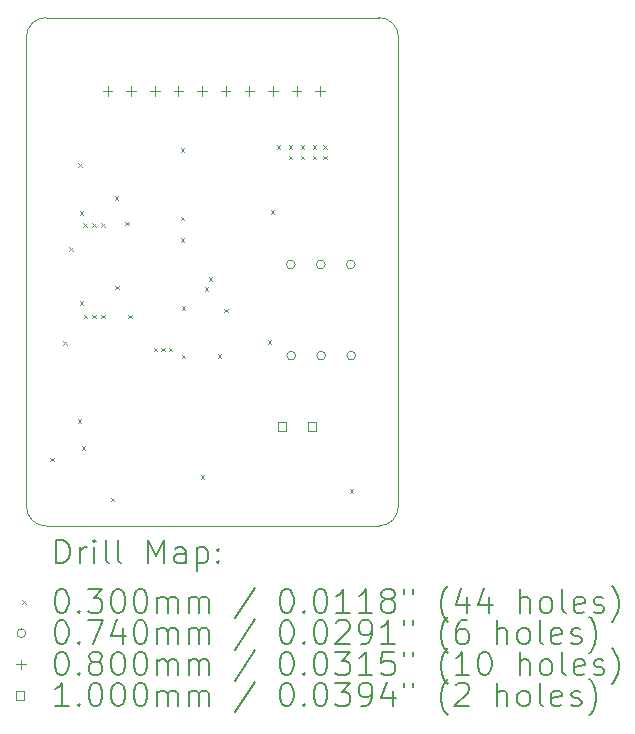
<source format=gbr>
%TF.GenerationSoftware,KiCad,Pcbnew,(6.0.8)*%
%TF.CreationDate,2023-06-01T04:28:46+02:00*%
%TF.ProjectId,BSPD-07,42535044-2d30-4372-9e6b-696361645f70,rev?*%
%TF.SameCoordinates,Original*%
%TF.FileFunction,Drillmap*%
%TF.FilePolarity,Positive*%
%FSLAX45Y45*%
G04 Gerber Fmt 4.5, Leading zero omitted, Abs format (unit mm)*
G04 Created by KiCad (PCBNEW (6.0.8)) date 2023-06-01 04:28:46*
%MOMM*%
%LPD*%
G01*
G04 APERTURE LIST*
%ADD10C,0.100000*%
%ADD11C,0.200000*%
%ADD12C,0.030000*%
%ADD13C,0.074000*%
%ADD14C,0.080000*%
G04 APERTURE END LIST*
D10*
X14995880Y-9281160D02*
G75*
G03*
X14830780Y-9446260I0J-165100D01*
G01*
X17980380Y-9446260D02*
G75*
G03*
X17815280Y-9281160I-165100J0D01*
G01*
X17815280Y-9281160D02*
X14995880Y-9281160D01*
X17815280Y-13585190D02*
G75*
G03*
X17980380Y-13420090I0J165100D01*
G01*
X14830780Y-13420090D02*
G75*
G03*
X14995880Y-13585190I165100J0D01*
G01*
X14995880Y-13585190D02*
X17815280Y-13585190D01*
X14830780Y-9446260D02*
X14830780Y-13420090D01*
X17980380Y-9446260D02*
X17980380Y-13420090D01*
D11*
D12*
X15031680Y-13007580D02*
X15061680Y-13037580D01*
X15061680Y-13007580D02*
X15031680Y-13037580D01*
X15143440Y-12022060D02*
X15173440Y-12052060D01*
X15173440Y-12022060D02*
X15143440Y-12052060D01*
X15193560Y-11226840D02*
X15223560Y-11256840D01*
X15223560Y-11226840D02*
X15193560Y-11256840D01*
X15265360Y-12682460D02*
X15295360Y-12712460D01*
X15295360Y-12682460D02*
X15265360Y-12712460D01*
X15270440Y-10513300D02*
X15300440Y-10543300D01*
X15300440Y-10513300D02*
X15270440Y-10543300D01*
X15281280Y-10922240D02*
X15311280Y-10952240D01*
X15311280Y-10922240D02*
X15281280Y-10952240D01*
X15281280Y-11684240D02*
X15311280Y-11714240D01*
X15311280Y-11684240D02*
X15281280Y-11714240D01*
X15298380Y-12911060D02*
X15328380Y-12941060D01*
X15328380Y-12911060D02*
X15298380Y-12941060D01*
X15313620Y-11023840D02*
X15343620Y-11053840D01*
X15343620Y-11023840D02*
X15313620Y-11053840D01*
X15316160Y-11798540D02*
X15346160Y-11828540D01*
X15346160Y-11798540D02*
X15316160Y-11828540D01*
X15387280Y-11023840D02*
X15417280Y-11053840D01*
X15417280Y-11023840D02*
X15387280Y-11053840D01*
X15387280Y-11798540D02*
X15417280Y-11828540D01*
X15417280Y-11798540D02*
X15387280Y-11828540D01*
X15463480Y-11023840D02*
X15493480Y-11053840D01*
X15493480Y-11023840D02*
X15463480Y-11053840D01*
X15463480Y-11798540D02*
X15493480Y-11828540D01*
X15493480Y-11798540D02*
X15463480Y-11828540D01*
X15544760Y-13347940D02*
X15574760Y-13377940D01*
X15574760Y-13347940D02*
X15544760Y-13377940D01*
X15580230Y-10792790D02*
X15610230Y-10822790D01*
X15610230Y-10792790D02*
X15580230Y-10822790D01*
X15581930Y-11553090D02*
X15611930Y-11583090D01*
X15611930Y-11553090D02*
X15581930Y-11583090D01*
X15666680Y-11011140D02*
X15696680Y-11041140D01*
X15696680Y-11011140D02*
X15666680Y-11041140D01*
X15692080Y-11798540D02*
X15722080Y-11828540D01*
X15722080Y-11798540D02*
X15692080Y-11828540D01*
X15907980Y-12077940D02*
X15937980Y-12107940D01*
X15937980Y-12077940D02*
X15907980Y-12107940D01*
X15971480Y-12077940D02*
X16001480Y-12107940D01*
X16001480Y-12077940D02*
X15971480Y-12107940D01*
X16034980Y-12077940D02*
X16064980Y-12107940D01*
X16064980Y-12077940D02*
X16034980Y-12107940D01*
X16136580Y-10388840D02*
X16166580Y-10418840D01*
X16166580Y-10388840D02*
X16136580Y-10418840D01*
X16136580Y-11150840D02*
X16166580Y-11180840D01*
X16166580Y-11150840D02*
X16136580Y-11180840D01*
X16139120Y-10967960D02*
X16169120Y-10997960D01*
X16169120Y-10967960D02*
X16139120Y-10997960D01*
X16144200Y-11727420D02*
X16174200Y-11757420D01*
X16174200Y-11727420D02*
X16144200Y-11757420D01*
X16144200Y-12135340D02*
X16174200Y-12165340D01*
X16174200Y-12135340D02*
X16144200Y-12165340D01*
X16306960Y-13154900D02*
X16336960Y-13184900D01*
X16336960Y-13154900D02*
X16306960Y-13184900D01*
X16339780Y-11564860D02*
X16369780Y-11594860D01*
X16369780Y-11564860D02*
X16339780Y-11594860D01*
X16373480Y-11481040D02*
X16403480Y-11511040D01*
X16403480Y-11481040D02*
X16373480Y-11511040D01*
X16449000Y-12133820D02*
X16479000Y-12163820D01*
X16479000Y-12133820D02*
X16449000Y-12163820D01*
X16505430Y-11747740D02*
X16535430Y-11777740D01*
X16535430Y-11747740D02*
X16505430Y-11777740D01*
X16872380Y-12015240D02*
X16902380Y-12045240D01*
X16902380Y-12015240D02*
X16872380Y-12045240D01*
X16901120Y-10914620D02*
X16931120Y-10944620D01*
X16931120Y-10914620D02*
X16901120Y-10944620D01*
X16949380Y-10363440D02*
X16979380Y-10393440D01*
X16979380Y-10363440D02*
X16949380Y-10393440D01*
X17050980Y-10363440D02*
X17080980Y-10393440D01*
X17080980Y-10363440D02*
X17050980Y-10393440D01*
X17050980Y-10452340D02*
X17080980Y-10482340D01*
X17080980Y-10452340D02*
X17050980Y-10482340D01*
X17152580Y-10363440D02*
X17182580Y-10393440D01*
X17182580Y-10363440D02*
X17152580Y-10393440D01*
X17152580Y-10452340D02*
X17182580Y-10482340D01*
X17182580Y-10452340D02*
X17152580Y-10482340D01*
X17254180Y-10363440D02*
X17284180Y-10393440D01*
X17284180Y-10363440D02*
X17254180Y-10393440D01*
X17254180Y-10452340D02*
X17284180Y-10482340D01*
X17284180Y-10452340D02*
X17254180Y-10482340D01*
X17343080Y-10363440D02*
X17373080Y-10393440D01*
X17373080Y-10363440D02*
X17343080Y-10393440D01*
X17343080Y-10452340D02*
X17373080Y-10482340D01*
X17373080Y-10452340D02*
X17343080Y-10482340D01*
X17566600Y-13272440D02*
X17596600Y-13302440D01*
X17596600Y-13272440D02*
X17566600Y-13302440D01*
D13*
X17105520Y-11371580D02*
G75*
G03*
X17105520Y-11371580I-37000J0D01*
G01*
X17110600Y-12143740D02*
G75*
G03*
X17110600Y-12143740I-37000J0D01*
G01*
X17359520Y-11371580D02*
G75*
G03*
X17359520Y-11371580I-37000J0D01*
G01*
X17364600Y-12143740D02*
G75*
G03*
X17364600Y-12143740I-37000J0D01*
G01*
X17613520Y-11371580D02*
G75*
G03*
X17613520Y-11371580I-37000J0D01*
G01*
X17618600Y-12143740D02*
G75*
G03*
X17618600Y-12143740I-37000J0D01*
G01*
D14*
X15518000Y-9863460D02*
X15518000Y-9943460D01*
X15478000Y-9903460D02*
X15558000Y-9903460D01*
X15718000Y-9863460D02*
X15718000Y-9943460D01*
X15678000Y-9903460D02*
X15758000Y-9903460D01*
X15918000Y-9863460D02*
X15918000Y-9943460D01*
X15878000Y-9903460D02*
X15958000Y-9903460D01*
X16118000Y-9863460D02*
X16118000Y-9943460D01*
X16078000Y-9903460D02*
X16158000Y-9903460D01*
X16318000Y-9863460D02*
X16318000Y-9943460D01*
X16278000Y-9903460D02*
X16358000Y-9903460D01*
X16518000Y-9863460D02*
X16518000Y-9943460D01*
X16478000Y-9903460D02*
X16558000Y-9903460D01*
X16718000Y-9863460D02*
X16718000Y-9943460D01*
X16678000Y-9903460D02*
X16758000Y-9903460D01*
X16918000Y-9863460D02*
X16918000Y-9943460D01*
X16878000Y-9903460D02*
X16958000Y-9903460D01*
X17118000Y-9863460D02*
X17118000Y-9943460D01*
X17078000Y-9903460D02*
X17158000Y-9903460D01*
X17318000Y-9863460D02*
X17318000Y-9943460D01*
X17278000Y-9903460D02*
X17358000Y-9903460D01*
D10*
X17032256Y-12778536D02*
X17032256Y-12707824D01*
X16961544Y-12707824D01*
X16961544Y-12778536D01*
X17032256Y-12778536D01*
X17286256Y-12778536D02*
X17286256Y-12707824D01*
X17215544Y-12707824D01*
X17215544Y-12778536D01*
X17286256Y-12778536D01*
D11*
X15083399Y-13900666D02*
X15083399Y-13700666D01*
X15131018Y-13700666D01*
X15159589Y-13710190D01*
X15178637Y-13729238D01*
X15188161Y-13748285D01*
X15197685Y-13786380D01*
X15197685Y-13814952D01*
X15188161Y-13853047D01*
X15178637Y-13872095D01*
X15159589Y-13891142D01*
X15131018Y-13900666D01*
X15083399Y-13900666D01*
X15283399Y-13900666D02*
X15283399Y-13767333D01*
X15283399Y-13805428D02*
X15292923Y-13786380D01*
X15302447Y-13776857D01*
X15321494Y-13767333D01*
X15340542Y-13767333D01*
X15407208Y-13900666D02*
X15407208Y-13767333D01*
X15407208Y-13700666D02*
X15397685Y-13710190D01*
X15407208Y-13719714D01*
X15416732Y-13710190D01*
X15407208Y-13700666D01*
X15407208Y-13719714D01*
X15531018Y-13900666D02*
X15511970Y-13891142D01*
X15502447Y-13872095D01*
X15502447Y-13700666D01*
X15635780Y-13900666D02*
X15616732Y-13891142D01*
X15607208Y-13872095D01*
X15607208Y-13700666D01*
X15864351Y-13900666D02*
X15864351Y-13700666D01*
X15931018Y-13843523D01*
X15997685Y-13700666D01*
X15997685Y-13900666D01*
X16178637Y-13900666D02*
X16178637Y-13795904D01*
X16169113Y-13776857D01*
X16150066Y-13767333D01*
X16111970Y-13767333D01*
X16092923Y-13776857D01*
X16178637Y-13891142D02*
X16159589Y-13900666D01*
X16111970Y-13900666D01*
X16092923Y-13891142D01*
X16083399Y-13872095D01*
X16083399Y-13853047D01*
X16092923Y-13833999D01*
X16111970Y-13824476D01*
X16159589Y-13824476D01*
X16178637Y-13814952D01*
X16273875Y-13767333D02*
X16273875Y-13967333D01*
X16273875Y-13776857D02*
X16292923Y-13767333D01*
X16331018Y-13767333D01*
X16350066Y-13776857D01*
X16359589Y-13786380D01*
X16369113Y-13805428D01*
X16369113Y-13862571D01*
X16359589Y-13881618D01*
X16350066Y-13891142D01*
X16331018Y-13900666D01*
X16292923Y-13900666D01*
X16273875Y-13891142D01*
X16454828Y-13881618D02*
X16464351Y-13891142D01*
X16454828Y-13900666D01*
X16445304Y-13891142D01*
X16454828Y-13881618D01*
X16454828Y-13900666D01*
X16454828Y-13776857D02*
X16464351Y-13786380D01*
X16454828Y-13795904D01*
X16445304Y-13786380D01*
X16454828Y-13776857D01*
X16454828Y-13795904D01*
D12*
X14795780Y-14215190D02*
X14825780Y-14245190D01*
X14825780Y-14215190D02*
X14795780Y-14245190D01*
D11*
X15121494Y-14120666D02*
X15140542Y-14120666D01*
X15159589Y-14130190D01*
X15169113Y-14139714D01*
X15178637Y-14158761D01*
X15188161Y-14196857D01*
X15188161Y-14244476D01*
X15178637Y-14282571D01*
X15169113Y-14301618D01*
X15159589Y-14311142D01*
X15140542Y-14320666D01*
X15121494Y-14320666D01*
X15102447Y-14311142D01*
X15092923Y-14301618D01*
X15083399Y-14282571D01*
X15073875Y-14244476D01*
X15073875Y-14196857D01*
X15083399Y-14158761D01*
X15092923Y-14139714D01*
X15102447Y-14130190D01*
X15121494Y-14120666D01*
X15273875Y-14301618D02*
X15283399Y-14311142D01*
X15273875Y-14320666D01*
X15264351Y-14311142D01*
X15273875Y-14301618D01*
X15273875Y-14320666D01*
X15350066Y-14120666D02*
X15473875Y-14120666D01*
X15407208Y-14196857D01*
X15435780Y-14196857D01*
X15454828Y-14206380D01*
X15464351Y-14215904D01*
X15473875Y-14234952D01*
X15473875Y-14282571D01*
X15464351Y-14301618D01*
X15454828Y-14311142D01*
X15435780Y-14320666D01*
X15378637Y-14320666D01*
X15359589Y-14311142D01*
X15350066Y-14301618D01*
X15597685Y-14120666D02*
X15616732Y-14120666D01*
X15635780Y-14130190D01*
X15645304Y-14139714D01*
X15654828Y-14158761D01*
X15664351Y-14196857D01*
X15664351Y-14244476D01*
X15654828Y-14282571D01*
X15645304Y-14301618D01*
X15635780Y-14311142D01*
X15616732Y-14320666D01*
X15597685Y-14320666D01*
X15578637Y-14311142D01*
X15569113Y-14301618D01*
X15559589Y-14282571D01*
X15550066Y-14244476D01*
X15550066Y-14196857D01*
X15559589Y-14158761D01*
X15569113Y-14139714D01*
X15578637Y-14130190D01*
X15597685Y-14120666D01*
X15788161Y-14120666D02*
X15807208Y-14120666D01*
X15826256Y-14130190D01*
X15835780Y-14139714D01*
X15845304Y-14158761D01*
X15854828Y-14196857D01*
X15854828Y-14244476D01*
X15845304Y-14282571D01*
X15835780Y-14301618D01*
X15826256Y-14311142D01*
X15807208Y-14320666D01*
X15788161Y-14320666D01*
X15769113Y-14311142D01*
X15759589Y-14301618D01*
X15750066Y-14282571D01*
X15740542Y-14244476D01*
X15740542Y-14196857D01*
X15750066Y-14158761D01*
X15759589Y-14139714D01*
X15769113Y-14130190D01*
X15788161Y-14120666D01*
X15940542Y-14320666D02*
X15940542Y-14187333D01*
X15940542Y-14206380D02*
X15950066Y-14196857D01*
X15969113Y-14187333D01*
X15997685Y-14187333D01*
X16016732Y-14196857D01*
X16026256Y-14215904D01*
X16026256Y-14320666D01*
X16026256Y-14215904D02*
X16035780Y-14196857D01*
X16054828Y-14187333D01*
X16083399Y-14187333D01*
X16102447Y-14196857D01*
X16111970Y-14215904D01*
X16111970Y-14320666D01*
X16207208Y-14320666D02*
X16207208Y-14187333D01*
X16207208Y-14206380D02*
X16216732Y-14196857D01*
X16235780Y-14187333D01*
X16264351Y-14187333D01*
X16283399Y-14196857D01*
X16292923Y-14215904D01*
X16292923Y-14320666D01*
X16292923Y-14215904D02*
X16302447Y-14196857D01*
X16321494Y-14187333D01*
X16350066Y-14187333D01*
X16369113Y-14196857D01*
X16378637Y-14215904D01*
X16378637Y-14320666D01*
X16769113Y-14111142D02*
X16597685Y-14368285D01*
X17026256Y-14120666D02*
X17045304Y-14120666D01*
X17064351Y-14130190D01*
X17073875Y-14139714D01*
X17083399Y-14158761D01*
X17092923Y-14196857D01*
X17092923Y-14244476D01*
X17083399Y-14282571D01*
X17073875Y-14301618D01*
X17064351Y-14311142D01*
X17045304Y-14320666D01*
X17026256Y-14320666D01*
X17007209Y-14311142D01*
X16997685Y-14301618D01*
X16988161Y-14282571D01*
X16978637Y-14244476D01*
X16978637Y-14196857D01*
X16988161Y-14158761D01*
X16997685Y-14139714D01*
X17007209Y-14130190D01*
X17026256Y-14120666D01*
X17178637Y-14301618D02*
X17188161Y-14311142D01*
X17178637Y-14320666D01*
X17169113Y-14311142D01*
X17178637Y-14301618D01*
X17178637Y-14320666D01*
X17311970Y-14120666D02*
X17331018Y-14120666D01*
X17350066Y-14130190D01*
X17359590Y-14139714D01*
X17369113Y-14158761D01*
X17378637Y-14196857D01*
X17378637Y-14244476D01*
X17369113Y-14282571D01*
X17359590Y-14301618D01*
X17350066Y-14311142D01*
X17331018Y-14320666D01*
X17311970Y-14320666D01*
X17292923Y-14311142D01*
X17283399Y-14301618D01*
X17273875Y-14282571D01*
X17264351Y-14244476D01*
X17264351Y-14196857D01*
X17273875Y-14158761D01*
X17283399Y-14139714D01*
X17292923Y-14130190D01*
X17311970Y-14120666D01*
X17569113Y-14320666D02*
X17454828Y-14320666D01*
X17511970Y-14320666D02*
X17511970Y-14120666D01*
X17492923Y-14149238D01*
X17473875Y-14168285D01*
X17454828Y-14177809D01*
X17759590Y-14320666D02*
X17645304Y-14320666D01*
X17702447Y-14320666D02*
X17702447Y-14120666D01*
X17683399Y-14149238D01*
X17664351Y-14168285D01*
X17645304Y-14177809D01*
X17873875Y-14206380D02*
X17854828Y-14196857D01*
X17845304Y-14187333D01*
X17835780Y-14168285D01*
X17835780Y-14158761D01*
X17845304Y-14139714D01*
X17854828Y-14130190D01*
X17873875Y-14120666D01*
X17911970Y-14120666D01*
X17931018Y-14130190D01*
X17940542Y-14139714D01*
X17950066Y-14158761D01*
X17950066Y-14168285D01*
X17940542Y-14187333D01*
X17931018Y-14196857D01*
X17911970Y-14206380D01*
X17873875Y-14206380D01*
X17854828Y-14215904D01*
X17845304Y-14225428D01*
X17835780Y-14244476D01*
X17835780Y-14282571D01*
X17845304Y-14301618D01*
X17854828Y-14311142D01*
X17873875Y-14320666D01*
X17911970Y-14320666D01*
X17931018Y-14311142D01*
X17940542Y-14301618D01*
X17950066Y-14282571D01*
X17950066Y-14244476D01*
X17940542Y-14225428D01*
X17931018Y-14215904D01*
X17911970Y-14206380D01*
X18026256Y-14120666D02*
X18026256Y-14158761D01*
X18102447Y-14120666D02*
X18102447Y-14158761D01*
X18397685Y-14396857D02*
X18388161Y-14387333D01*
X18369113Y-14358761D01*
X18359590Y-14339714D01*
X18350066Y-14311142D01*
X18340542Y-14263523D01*
X18340542Y-14225428D01*
X18350066Y-14177809D01*
X18359590Y-14149238D01*
X18369113Y-14130190D01*
X18388161Y-14101618D01*
X18397685Y-14092095D01*
X18559590Y-14187333D02*
X18559590Y-14320666D01*
X18511970Y-14111142D02*
X18464351Y-14253999D01*
X18588161Y-14253999D01*
X18750066Y-14187333D02*
X18750066Y-14320666D01*
X18702447Y-14111142D02*
X18654828Y-14253999D01*
X18778637Y-14253999D01*
X19007209Y-14320666D02*
X19007209Y-14120666D01*
X19092923Y-14320666D02*
X19092923Y-14215904D01*
X19083399Y-14196857D01*
X19064351Y-14187333D01*
X19035780Y-14187333D01*
X19016732Y-14196857D01*
X19007209Y-14206380D01*
X19216732Y-14320666D02*
X19197685Y-14311142D01*
X19188161Y-14301618D01*
X19178637Y-14282571D01*
X19178637Y-14225428D01*
X19188161Y-14206380D01*
X19197685Y-14196857D01*
X19216732Y-14187333D01*
X19245304Y-14187333D01*
X19264351Y-14196857D01*
X19273875Y-14206380D01*
X19283399Y-14225428D01*
X19283399Y-14282571D01*
X19273875Y-14301618D01*
X19264351Y-14311142D01*
X19245304Y-14320666D01*
X19216732Y-14320666D01*
X19397685Y-14320666D02*
X19378637Y-14311142D01*
X19369113Y-14292095D01*
X19369113Y-14120666D01*
X19550066Y-14311142D02*
X19531018Y-14320666D01*
X19492923Y-14320666D01*
X19473875Y-14311142D01*
X19464351Y-14292095D01*
X19464351Y-14215904D01*
X19473875Y-14196857D01*
X19492923Y-14187333D01*
X19531018Y-14187333D01*
X19550066Y-14196857D01*
X19559590Y-14215904D01*
X19559590Y-14234952D01*
X19464351Y-14253999D01*
X19635780Y-14311142D02*
X19654828Y-14320666D01*
X19692923Y-14320666D01*
X19711970Y-14311142D01*
X19721494Y-14292095D01*
X19721494Y-14282571D01*
X19711970Y-14263523D01*
X19692923Y-14253999D01*
X19664351Y-14253999D01*
X19645304Y-14244476D01*
X19635780Y-14225428D01*
X19635780Y-14215904D01*
X19645304Y-14196857D01*
X19664351Y-14187333D01*
X19692923Y-14187333D01*
X19711970Y-14196857D01*
X19788161Y-14396857D02*
X19797685Y-14387333D01*
X19816732Y-14358761D01*
X19826256Y-14339714D01*
X19835780Y-14311142D01*
X19845304Y-14263523D01*
X19845304Y-14225428D01*
X19835780Y-14177809D01*
X19826256Y-14149238D01*
X19816732Y-14130190D01*
X19797685Y-14101618D01*
X19788161Y-14092095D01*
D13*
X14825780Y-14494190D02*
G75*
G03*
X14825780Y-14494190I-37000J0D01*
G01*
D11*
X15121494Y-14384666D02*
X15140542Y-14384666D01*
X15159589Y-14394190D01*
X15169113Y-14403714D01*
X15178637Y-14422761D01*
X15188161Y-14460857D01*
X15188161Y-14508476D01*
X15178637Y-14546571D01*
X15169113Y-14565618D01*
X15159589Y-14575142D01*
X15140542Y-14584666D01*
X15121494Y-14584666D01*
X15102447Y-14575142D01*
X15092923Y-14565618D01*
X15083399Y-14546571D01*
X15073875Y-14508476D01*
X15073875Y-14460857D01*
X15083399Y-14422761D01*
X15092923Y-14403714D01*
X15102447Y-14394190D01*
X15121494Y-14384666D01*
X15273875Y-14565618D02*
X15283399Y-14575142D01*
X15273875Y-14584666D01*
X15264351Y-14575142D01*
X15273875Y-14565618D01*
X15273875Y-14584666D01*
X15350066Y-14384666D02*
X15483399Y-14384666D01*
X15397685Y-14584666D01*
X15645304Y-14451333D02*
X15645304Y-14584666D01*
X15597685Y-14375142D02*
X15550066Y-14517999D01*
X15673875Y-14517999D01*
X15788161Y-14384666D02*
X15807208Y-14384666D01*
X15826256Y-14394190D01*
X15835780Y-14403714D01*
X15845304Y-14422761D01*
X15854828Y-14460857D01*
X15854828Y-14508476D01*
X15845304Y-14546571D01*
X15835780Y-14565618D01*
X15826256Y-14575142D01*
X15807208Y-14584666D01*
X15788161Y-14584666D01*
X15769113Y-14575142D01*
X15759589Y-14565618D01*
X15750066Y-14546571D01*
X15740542Y-14508476D01*
X15740542Y-14460857D01*
X15750066Y-14422761D01*
X15759589Y-14403714D01*
X15769113Y-14394190D01*
X15788161Y-14384666D01*
X15940542Y-14584666D02*
X15940542Y-14451333D01*
X15940542Y-14470380D02*
X15950066Y-14460857D01*
X15969113Y-14451333D01*
X15997685Y-14451333D01*
X16016732Y-14460857D01*
X16026256Y-14479904D01*
X16026256Y-14584666D01*
X16026256Y-14479904D02*
X16035780Y-14460857D01*
X16054828Y-14451333D01*
X16083399Y-14451333D01*
X16102447Y-14460857D01*
X16111970Y-14479904D01*
X16111970Y-14584666D01*
X16207208Y-14584666D02*
X16207208Y-14451333D01*
X16207208Y-14470380D02*
X16216732Y-14460857D01*
X16235780Y-14451333D01*
X16264351Y-14451333D01*
X16283399Y-14460857D01*
X16292923Y-14479904D01*
X16292923Y-14584666D01*
X16292923Y-14479904D02*
X16302447Y-14460857D01*
X16321494Y-14451333D01*
X16350066Y-14451333D01*
X16369113Y-14460857D01*
X16378637Y-14479904D01*
X16378637Y-14584666D01*
X16769113Y-14375142D02*
X16597685Y-14632285D01*
X17026256Y-14384666D02*
X17045304Y-14384666D01*
X17064351Y-14394190D01*
X17073875Y-14403714D01*
X17083399Y-14422761D01*
X17092923Y-14460857D01*
X17092923Y-14508476D01*
X17083399Y-14546571D01*
X17073875Y-14565618D01*
X17064351Y-14575142D01*
X17045304Y-14584666D01*
X17026256Y-14584666D01*
X17007209Y-14575142D01*
X16997685Y-14565618D01*
X16988161Y-14546571D01*
X16978637Y-14508476D01*
X16978637Y-14460857D01*
X16988161Y-14422761D01*
X16997685Y-14403714D01*
X17007209Y-14394190D01*
X17026256Y-14384666D01*
X17178637Y-14565618D02*
X17188161Y-14575142D01*
X17178637Y-14584666D01*
X17169113Y-14575142D01*
X17178637Y-14565618D01*
X17178637Y-14584666D01*
X17311970Y-14384666D02*
X17331018Y-14384666D01*
X17350066Y-14394190D01*
X17359590Y-14403714D01*
X17369113Y-14422761D01*
X17378637Y-14460857D01*
X17378637Y-14508476D01*
X17369113Y-14546571D01*
X17359590Y-14565618D01*
X17350066Y-14575142D01*
X17331018Y-14584666D01*
X17311970Y-14584666D01*
X17292923Y-14575142D01*
X17283399Y-14565618D01*
X17273875Y-14546571D01*
X17264351Y-14508476D01*
X17264351Y-14460857D01*
X17273875Y-14422761D01*
X17283399Y-14403714D01*
X17292923Y-14394190D01*
X17311970Y-14384666D01*
X17454828Y-14403714D02*
X17464351Y-14394190D01*
X17483399Y-14384666D01*
X17531018Y-14384666D01*
X17550066Y-14394190D01*
X17559590Y-14403714D01*
X17569113Y-14422761D01*
X17569113Y-14441809D01*
X17559590Y-14470380D01*
X17445304Y-14584666D01*
X17569113Y-14584666D01*
X17664351Y-14584666D02*
X17702447Y-14584666D01*
X17721494Y-14575142D01*
X17731018Y-14565618D01*
X17750066Y-14537047D01*
X17759590Y-14498952D01*
X17759590Y-14422761D01*
X17750066Y-14403714D01*
X17740542Y-14394190D01*
X17721494Y-14384666D01*
X17683399Y-14384666D01*
X17664351Y-14394190D01*
X17654828Y-14403714D01*
X17645304Y-14422761D01*
X17645304Y-14470380D01*
X17654828Y-14489428D01*
X17664351Y-14498952D01*
X17683399Y-14508476D01*
X17721494Y-14508476D01*
X17740542Y-14498952D01*
X17750066Y-14489428D01*
X17759590Y-14470380D01*
X17950066Y-14584666D02*
X17835780Y-14584666D01*
X17892923Y-14584666D02*
X17892923Y-14384666D01*
X17873875Y-14413238D01*
X17854828Y-14432285D01*
X17835780Y-14441809D01*
X18026256Y-14384666D02*
X18026256Y-14422761D01*
X18102447Y-14384666D02*
X18102447Y-14422761D01*
X18397685Y-14660857D02*
X18388161Y-14651333D01*
X18369113Y-14622761D01*
X18359590Y-14603714D01*
X18350066Y-14575142D01*
X18340542Y-14527523D01*
X18340542Y-14489428D01*
X18350066Y-14441809D01*
X18359590Y-14413238D01*
X18369113Y-14394190D01*
X18388161Y-14365618D01*
X18397685Y-14356095D01*
X18559590Y-14384666D02*
X18521494Y-14384666D01*
X18502447Y-14394190D01*
X18492923Y-14403714D01*
X18473875Y-14432285D01*
X18464351Y-14470380D01*
X18464351Y-14546571D01*
X18473875Y-14565618D01*
X18483399Y-14575142D01*
X18502447Y-14584666D01*
X18540542Y-14584666D01*
X18559590Y-14575142D01*
X18569113Y-14565618D01*
X18578637Y-14546571D01*
X18578637Y-14498952D01*
X18569113Y-14479904D01*
X18559590Y-14470380D01*
X18540542Y-14460857D01*
X18502447Y-14460857D01*
X18483399Y-14470380D01*
X18473875Y-14479904D01*
X18464351Y-14498952D01*
X18816732Y-14584666D02*
X18816732Y-14384666D01*
X18902447Y-14584666D02*
X18902447Y-14479904D01*
X18892923Y-14460857D01*
X18873875Y-14451333D01*
X18845304Y-14451333D01*
X18826256Y-14460857D01*
X18816732Y-14470380D01*
X19026256Y-14584666D02*
X19007209Y-14575142D01*
X18997685Y-14565618D01*
X18988161Y-14546571D01*
X18988161Y-14489428D01*
X18997685Y-14470380D01*
X19007209Y-14460857D01*
X19026256Y-14451333D01*
X19054828Y-14451333D01*
X19073875Y-14460857D01*
X19083399Y-14470380D01*
X19092923Y-14489428D01*
X19092923Y-14546571D01*
X19083399Y-14565618D01*
X19073875Y-14575142D01*
X19054828Y-14584666D01*
X19026256Y-14584666D01*
X19207209Y-14584666D02*
X19188161Y-14575142D01*
X19178637Y-14556095D01*
X19178637Y-14384666D01*
X19359590Y-14575142D02*
X19340542Y-14584666D01*
X19302447Y-14584666D01*
X19283399Y-14575142D01*
X19273875Y-14556095D01*
X19273875Y-14479904D01*
X19283399Y-14460857D01*
X19302447Y-14451333D01*
X19340542Y-14451333D01*
X19359590Y-14460857D01*
X19369113Y-14479904D01*
X19369113Y-14498952D01*
X19273875Y-14517999D01*
X19445304Y-14575142D02*
X19464351Y-14584666D01*
X19502447Y-14584666D01*
X19521494Y-14575142D01*
X19531018Y-14556095D01*
X19531018Y-14546571D01*
X19521494Y-14527523D01*
X19502447Y-14517999D01*
X19473875Y-14517999D01*
X19454828Y-14508476D01*
X19445304Y-14489428D01*
X19445304Y-14479904D01*
X19454828Y-14460857D01*
X19473875Y-14451333D01*
X19502447Y-14451333D01*
X19521494Y-14460857D01*
X19597685Y-14660857D02*
X19607209Y-14651333D01*
X19626256Y-14622761D01*
X19635780Y-14603714D01*
X19645304Y-14575142D01*
X19654828Y-14527523D01*
X19654828Y-14489428D01*
X19645304Y-14441809D01*
X19635780Y-14413238D01*
X19626256Y-14394190D01*
X19607209Y-14365618D01*
X19597685Y-14356095D01*
D14*
X14785780Y-14718190D02*
X14785780Y-14798190D01*
X14745780Y-14758190D02*
X14825780Y-14758190D01*
D11*
X15121494Y-14648666D02*
X15140542Y-14648666D01*
X15159589Y-14658190D01*
X15169113Y-14667714D01*
X15178637Y-14686761D01*
X15188161Y-14724857D01*
X15188161Y-14772476D01*
X15178637Y-14810571D01*
X15169113Y-14829618D01*
X15159589Y-14839142D01*
X15140542Y-14848666D01*
X15121494Y-14848666D01*
X15102447Y-14839142D01*
X15092923Y-14829618D01*
X15083399Y-14810571D01*
X15073875Y-14772476D01*
X15073875Y-14724857D01*
X15083399Y-14686761D01*
X15092923Y-14667714D01*
X15102447Y-14658190D01*
X15121494Y-14648666D01*
X15273875Y-14829618D02*
X15283399Y-14839142D01*
X15273875Y-14848666D01*
X15264351Y-14839142D01*
X15273875Y-14829618D01*
X15273875Y-14848666D01*
X15397685Y-14734380D02*
X15378637Y-14724857D01*
X15369113Y-14715333D01*
X15359589Y-14696285D01*
X15359589Y-14686761D01*
X15369113Y-14667714D01*
X15378637Y-14658190D01*
X15397685Y-14648666D01*
X15435780Y-14648666D01*
X15454828Y-14658190D01*
X15464351Y-14667714D01*
X15473875Y-14686761D01*
X15473875Y-14696285D01*
X15464351Y-14715333D01*
X15454828Y-14724857D01*
X15435780Y-14734380D01*
X15397685Y-14734380D01*
X15378637Y-14743904D01*
X15369113Y-14753428D01*
X15359589Y-14772476D01*
X15359589Y-14810571D01*
X15369113Y-14829618D01*
X15378637Y-14839142D01*
X15397685Y-14848666D01*
X15435780Y-14848666D01*
X15454828Y-14839142D01*
X15464351Y-14829618D01*
X15473875Y-14810571D01*
X15473875Y-14772476D01*
X15464351Y-14753428D01*
X15454828Y-14743904D01*
X15435780Y-14734380D01*
X15597685Y-14648666D02*
X15616732Y-14648666D01*
X15635780Y-14658190D01*
X15645304Y-14667714D01*
X15654828Y-14686761D01*
X15664351Y-14724857D01*
X15664351Y-14772476D01*
X15654828Y-14810571D01*
X15645304Y-14829618D01*
X15635780Y-14839142D01*
X15616732Y-14848666D01*
X15597685Y-14848666D01*
X15578637Y-14839142D01*
X15569113Y-14829618D01*
X15559589Y-14810571D01*
X15550066Y-14772476D01*
X15550066Y-14724857D01*
X15559589Y-14686761D01*
X15569113Y-14667714D01*
X15578637Y-14658190D01*
X15597685Y-14648666D01*
X15788161Y-14648666D02*
X15807208Y-14648666D01*
X15826256Y-14658190D01*
X15835780Y-14667714D01*
X15845304Y-14686761D01*
X15854828Y-14724857D01*
X15854828Y-14772476D01*
X15845304Y-14810571D01*
X15835780Y-14829618D01*
X15826256Y-14839142D01*
X15807208Y-14848666D01*
X15788161Y-14848666D01*
X15769113Y-14839142D01*
X15759589Y-14829618D01*
X15750066Y-14810571D01*
X15740542Y-14772476D01*
X15740542Y-14724857D01*
X15750066Y-14686761D01*
X15759589Y-14667714D01*
X15769113Y-14658190D01*
X15788161Y-14648666D01*
X15940542Y-14848666D02*
X15940542Y-14715333D01*
X15940542Y-14734380D02*
X15950066Y-14724857D01*
X15969113Y-14715333D01*
X15997685Y-14715333D01*
X16016732Y-14724857D01*
X16026256Y-14743904D01*
X16026256Y-14848666D01*
X16026256Y-14743904D02*
X16035780Y-14724857D01*
X16054828Y-14715333D01*
X16083399Y-14715333D01*
X16102447Y-14724857D01*
X16111970Y-14743904D01*
X16111970Y-14848666D01*
X16207208Y-14848666D02*
X16207208Y-14715333D01*
X16207208Y-14734380D02*
X16216732Y-14724857D01*
X16235780Y-14715333D01*
X16264351Y-14715333D01*
X16283399Y-14724857D01*
X16292923Y-14743904D01*
X16292923Y-14848666D01*
X16292923Y-14743904D02*
X16302447Y-14724857D01*
X16321494Y-14715333D01*
X16350066Y-14715333D01*
X16369113Y-14724857D01*
X16378637Y-14743904D01*
X16378637Y-14848666D01*
X16769113Y-14639142D02*
X16597685Y-14896285D01*
X17026256Y-14648666D02*
X17045304Y-14648666D01*
X17064351Y-14658190D01*
X17073875Y-14667714D01*
X17083399Y-14686761D01*
X17092923Y-14724857D01*
X17092923Y-14772476D01*
X17083399Y-14810571D01*
X17073875Y-14829618D01*
X17064351Y-14839142D01*
X17045304Y-14848666D01*
X17026256Y-14848666D01*
X17007209Y-14839142D01*
X16997685Y-14829618D01*
X16988161Y-14810571D01*
X16978637Y-14772476D01*
X16978637Y-14724857D01*
X16988161Y-14686761D01*
X16997685Y-14667714D01*
X17007209Y-14658190D01*
X17026256Y-14648666D01*
X17178637Y-14829618D02*
X17188161Y-14839142D01*
X17178637Y-14848666D01*
X17169113Y-14839142D01*
X17178637Y-14829618D01*
X17178637Y-14848666D01*
X17311970Y-14648666D02*
X17331018Y-14648666D01*
X17350066Y-14658190D01*
X17359590Y-14667714D01*
X17369113Y-14686761D01*
X17378637Y-14724857D01*
X17378637Y-14772476D01*
X17369113Y-14810571D01*
X17359590Y-14829618D01*
X17350066Y-14839142D01*
X17331018Y-14848666D01*
X17311970Y-14848666D01*
X17292923Y-14839142D01*
X17283399Y-14829618D01*
X17273875Y-14810571D01*
X17264351Y-14772476D01*
X17264351Y-14724857D01*
X17273875Y-14686761D01*
X17283399Y-14667714D01*
X17292923Y-14658190D01*
X17311970Y-14648666D01*
X17445304Y-14648666D02*
X17569113Y-14648666D01*
X17502447Y-14724857D01*
X17531018Y-14724857D01*
X17550066Y-14734380D01*
X17559590Y-14743904D01*
X17569113Y-14762952D01*
X17569113Y-14810571D01*
X17559590Y-14829618D01*
X17550066Y-14839142D01*
X17531018Y-14848666D01*
X17473875Y-14848666D01*
X17454828Y-14839142D01*
X17445304Y-14829618D01*
X17759590Y-14848666D02*
X17645304Y-14848666D01*
X17702447Y-14848666D02*
X17702447Y-14648666D01*
X17683399Y-14677238D01*
X17664351Y-14696285D01*
X17645304Y-14705809D01*
X17940542Y-14648666D02*
X17845304Y-14648666D01*
X17835780Y-14743904D01*
X17845304Y-14734380D01*
X17864351Y-14724857D01*
X17911970Y-14724857D01*
X17931018Y-14734380D01*
X17940542Y-14743904D01*
X17950066Y-14762952D01*
X17950066Y-14810571D01*
X17940542Y-14829618D01*
X17931018Y-14839142D01*
X17911970Y-14848666D01*
X17864351Y-14848666D01*
X17845304Y-14839142D01*
X17835780Y-14829618D01*
X18026256Y-14648666D02*
X18026256Y-14686761D01*
X18102447Y-14648666D02*
X18102447Y-14686761D01*
X18397685Y-14924857D02*
X18388161Y-14915333D01*
X18369113Y-14886761D01*
X18359590Y-14867714D01*
X18350066Y-14839142D01*
X18340542Y-14791523D01*
X18340542Y-14753428D01*
X18350066Y-14705809D01*
X18359590Y-14677238D01*
X18369113Y-14658190D01*
X18388161Y-14629618D01*
X18397685Y-14620095D01*
X18578637Y-14848666D02*
X18464351Y-14848666D01*
X18521494Y-14848666D02*
X18521494Y-14648666D01*
X18502447Y-14677238D01*
X18483399Y-14696285D01*
X18464351Y-14705809D01*
X18702447Y-14648666D02*
X18721494Y-14648666D01*
X18740542Y-14658190D01*
X18750066Y-14667714D01*
X18759590Y-14686761D01*
X18769113Y-14724857D01*
X18769113Y-14772476D01*
X18759590Y-14810571D01*
X18750066Y-14829618D01*
X18740542Y-14839142D01*
X18721494Y-14848666D01*
X18702447Y-14848666D01*
X18683399Y-14839142D01*
X18673875Y-14829618D01*
X18664351Y-14810571D01*
X18654828Y-14772476D01*
X18654828Y-14724857D01*
X18664351Y-14686761D01*
X18673875Y-14667714D01*
X18683399Y-14658190D01*
X18702447Y-14648666D01*
X19007209Y-14848666D02*
X19007209Y-14648666D01*
X19092923Y-14848666D02*
X19092923Y-14743904D01*
X19083399Y-14724857D01*
X19064351Y-14715333D01*
X19035780Y-14715333D01*
X19016732Y-14724857D01*
X19007209Y-14734380D01*
X19216732Y-14848666D02*
X19197685Y-14839142D01*
X19188161Y-14829618D01*
X19178637Y-14810571D01*
X19178637Y-14753428D01*
X19188161Y-14734380D01*
X19197685Y-14724857D01*
X19216732Y-14715333D01*
X19245304Y-14715333D01*
X19264351Y-14724857D01*
X19273875Y-14734380D01*
X19283399Y-14753428D01*
X19283399Y-14810571D01*
X19273875Y-14829618D01*
X19264351Y-14839142D01*
X19245304Y-14848666D01*
X19216732Y-14848666D01*
X19397685Y-14848666D02*
X19378637Y-14839142D01*
X19369113Y-14820095D01*
X19369113Y-14648666D01*
X19550066Y-14839142D02*
X19531018Y-14848666D01*
X19492923Y-14848666D01*
X19473875Y-14839142D01*
X19464351Y-14820095D01*
X19464351Y-14743904D01*
X19473875Y-14724857D01*
X19492923Y-14715333D01*
X19531018Y-14715333D01*
X19550066Y-14724857D01*
X19559590Y-14743904D01*
X19559590Y-14762952D01*
X19464351Y-14781999D01*
X19635780Y-14839142D02*
X19654828Y-14848666D01*
X19692923Y-14848666D01*
X19711970Y-14839142D01*
X19721494Y-14820095D01*
X19721494Y-14810571D01*
X19711970Y-14791523D01*
X19692923Y-14781999D01*
X19664351Y-14781999D01*
X19645304Y-14772476D01*
X19635780Y-14753428D01*
X19635780Y-14743904D01*
X19645304Y-14724857D01*
X19664351Y-14715333D01*
X19692923Y-14715333D01*
X19711970Y-14724857D01*
X19788161Y-14924857D02*
X19797685Y-14915333D01*
X19816732Y-14886761D01*
X19826256Y-14867714D01*
X19835780Y-14839142D01*
X19845304Y-14791523D01*
X19845304Y-14753428D01*
X19835780Y-14705809D01*
X19826256Y-14677238D01*
X19816732Y-14658190D01*
X19797685Y-14629618D01*
X19788161Y-14620095D01*
D10*
X14811136Y-15057546D02*
X14811136Y-14986834D01*
X14740424Y-14986834D01*
X14740424Y-15057546D01*
X14811136Y-15057546D01*
D11*
X15188161Y-15112666D02*
X15073875Y-15112666D01*
X15131018Y-15112666D02*
X15131018Y-14912666D01*
X15111970Y-14941238D01*
X15092923Y-14960285D01*
X15073875Y-14969809D01*
X15273875Y-15093618D02*
X15283399Y-15103142D01*
X15273875Y-15112666D01*
X15264351Y-15103142D01*
X15273875Y-15093618D01*
X15273875Y-15112666D01*
X15407208Y-14912666D02*
X15426256Y-14912666D01*
X15445304Y-14922190D01*
X15454828Y-14931714D01*
X15464351Y-14950761D01*
X15473875Y-14988857D01*
X15473875Y-15036476D01*
X15464351Y-15074571D01*
X15454828Y-15093618D01*
X15445304Y-15103142D01*
X15426256Y-15112666D01*
X15407208Y-15112666D01*
X15388161Y-15103142D01*
X15378637Y-15093618D01*
X15369113Y-15074571D01*
X15359589Y-15036476D01*
X15359589Y-14988857D01*
X15369113Y-14950761D01*
X15378637Y-14931714D01*
X15388161Y-14922190D01*
X15407208Y-14912666D01*
X15597685Y-14912666D02*
X15616732Y-14912666D01*
X15635780Y-14922190D01*
X15645304Y-14931714D01*
X15654828Y-14950761D01*
X15664351Y-14988857D01*
X15664351Y-15036476D01*
X15654828Y-15074571D01*
X15645304Y-15093618D01*
X15635780Y-15103142D01*
X15616732Y-15112666D01*
X15597685Y-15112666D01*
X15578637Y-15103142D01*
X15569113Y-15093618D01*
X15559589Y-15074571D01*
X15550066Y-15036476D01*
X15550066Y-14988857D01*
X15559589Y-14950761D01*
X15569113Y-14931714D01*
X15578637Y-14922190D01*
X15597685Y-14912666D01*
X15788161Y-14912666D02*
X15807208Y-14912666D01*
X15826256Y-14922190D01*
X15835780Y-14931714D01*
X15845304Y-14950761D01*
X15854828Y-14988857D01*
X15854828Y-15036476D01*
X15845304Y-15074571D01*
X15835780Y-15093618D01*
X15826256Y-15103142D01*
X15807208Y-15112666D01*
X15788161Y-15112666D01*
X15769113Y-15103142D01*
X15759589Y-15093618D01*
X15750066Y-15074571D01*
X15740542Y-15036476D01*
X15740542Y-14988857D01*
X15750066Y-14950761D01*
X15759589Y-14931714D01*
X15769113Y-14922190D01*
X15788161Y-14912666D01*
X15940542Y-15112666D02*
X15940542Y-14979333D01*
X15940542Y-14998380D02*
X15950066Y-14988857D01*
X15969113Y-14979333D01*
X15997685Y-14979333D01*
X16016732Y-14988857D01*
X16026256Y-15007904D01*
X16026256Y-15112666D01*
X16026256Y-15007904D02*
X16035780Y-14988857D01*
X16054828Y-14979333D01*
X16083399Y-14979333D01*
X16102447Y-14988857D01*
X16111970Y-15007904D01*
X16111970Y-15112666D01*
X16207208Y-15112666D02*
X16207208Y-14979333D01*
X16207208Y-14998380D02*
X16216732Y-14988857D01*
X16235780Y-14979333D01*
X16264351Y-14979333D01*
X16283399Y-14988857D01*
X16292923Y-15007904D01*
X16292923Y-15112666D01*
X16292923Y-15007904D02*
X16302447Y-14988857D01*
X16321494Y-14979333D01*
X16350066Y-14979333D01*
X16369113Y-14988857D01*
X16378637Y-15007904D01*
X16378637Y-15112666D01*
X16769113Y-14903142D02*
X16597685Y-15160285D01*
X17026256Y-14912666D02*
X17045304Y-14912666D01*
X17064351Y-14922190D01*
X17073875Y-14931714D01*
X17083399Y-14950761D01*
X17092923Y-14988857D01*
X17092923Y-15036476D01*
X17083399Y-15074571D01*
X17073875Y-15093618D01*
X17064351Y-15103142D01*
X17045304Y-15112666D01*
X17026256Y-15112666D01*
X17007209Y-15103142D01*
X16997685Y-15093618D01*
X16988161Y-15074571D01*
X16978637Y-15036476D01*
X16978637Y-14988857D01*
X16988161Y-14950761D01*
X16997685Y-14931714D01*
X17007209Y-14922190D01*
X17026256Y-14912666D01*
X17178637Y-15093618D02*
X17188161Y-15103142D01*
X17178637Y-15112666D01*
X17169113Y-15103142D01*
X17178637Y-15093618D01*
X17178637Y-15112666D01*
X17311970Y-14912666D02*
X17331018Y-14912666D01*
X17350066Y-14922190D01*
X17359590Y-14931714D01*
X17369113Y-14950761D01*
X17378637Y-14988857D01*
X17378637Y-15036476D01*
X17369113Y-15074571D01*
X17359590Y-15093618D01*
X17350066Y-15103142D01*
X17331018Y-15112666D01*
X17311970Y-15112666D01*
X17292923Y-15103142D01*
X17283399Y-15093618D01*
X17273875Y-15074571D01*
X17264351Y-15036476D01*
X17264351Y-14988857D01*
X17273875Y-14950761D01*
X17283399Y-14931714D01*
X17292923Y-14922190D01*
X17311970Y-14912666D01*
X17445304Y-14912666D02*
X17569113Y-14912666D01*
X17502447Y-14988857D01*
X17531018Y-14988857D01*
X17550066Y-14998380D01*
X17559590Y-15007904D01*
X17569113Y-15026952D01*
X17569113Y-15074571D01*
X17559590Y-15093618D01*
X17550066Y-15103142D01*
X17531018Y-15112666D01*
X17473875Y-15112666D01*
X17454828Y-15103142D01*
X17445304Y-15093618D01*
X17664351Y-15112666D02*
X17702447Y-15112666D01*
X17721494Y-15103142D01*
X17731018Y-15093618D01*
X17750066Y-15065047D01*
X17759590Y-15026952D01*
X17759590Y-14950761D01*
X17750066Y-14931714D01*
X17740542Y-14922190D01*
X17721494Y-14912666D01*
X17683399Y-14912666D01*
X17664351Y-14922190D01*
X17654828Y-14931714D01*
X17645304Y-14950761D01*
X17645304Y-14998380D01*
X17654828Y-15017428D01*
X17664351Y-15026952D01*
X17683399Y-15036476D01*
X17721494Y-15036476D01*
X17740542Y-15026952D01*
X17750066Y-15017428D01*
X17759590Y-14998380D01*
X17931018Y-14979333D02*
X17931018Y-15112666D01*
X17883399Y-14903142D02*
X17835780Y-15045999D01*
X17959590Y-15045999D01*
X18026256Y-14912666D02*
X18026256Y-14950761D01*
X18102447Y-14912666D02*
X18102447Y-14950761D01*
X18397685Y-15188857D02*
X18388161Y-15179333D01*
X18369113Y-15150761D01*
X18359590Y-15131714D01*
X18350066Y-15103142D01*
X18340542Y-15055523D01*
X18340542Y-15017428D01*
X18350066Y-14969809D01*
X18359590Y-14941238D01*
X18369113Y-14922190D01*
X18388161Y-14893618D01*
X18397685Y-14884095D01*
X18464351Y-14931714D02*
X18473875Y-14922190D01*
X18492923Y-14912666D01*
X18540542Y-14912666D01*
X18559590Y-14922190D01*
X18569113Y-14931714D01*
X18578637Y-14950761D01*
X18578637Y-14969809D01*
X18569113Y-14998380D01*
X18454828Y-15112666D01*
X18578637Y-15112666D01*
X18816732Y-15112666D02*
X18816732Y-14912666D01*
X18902447Y-15112666D02*
X18902447Y-15007904D01*
X18892923Y-14988857D01*
X18873875Y-14979333D01*
X18845304Y-14979333D01*
X18826256Y-14988857D01*
X18816732Y-14998380D01*
X19026256Y-15112666D02*
X19007209Y-15103142D01*
X18997685Y-15093618D01*
X18988161Y-15074571D01*
X18988161Y-15017428D01*
X18997685Y-14998380D01*
X19007209Y-14988857D01*
X19026256Y-14979333D01*
X19054828Y-14979333D01*
X19073875Y-14988857D01*
X19083399Y-14998380D01*
X19092923Y-15017428D01*
X19092923Y-15074571D01*
X19083399Y-15093618D01*
X19073875Y-15103142D01*
X19054828Y-15112666D01*
X19026256Y-15112666D01*
X19207209Y-15112666D02*
X19188161Y-15103142D01*
X19178637Y-15084095D01*
X19178637Y-14912666D01*
X19359590Y-15103142D02*
X19340542Y-15112666D01*
X19302447Y-15112666D01*
X19283399Y-15103142D01*
X19273875Y-15084095D01*
X19273875Y-15007904D01*
X19283399Y-14988857D01*
X19302447Y-14979333D01*
X19340542Y-14979333D01*
X19359590Y-14988857D01*
X19369113Y-15007904D01*
X19369113Y-15026952D01*
X19273875Y-15045999D01*
X19445304Y-15103142D02*
X19464351Y-15112666D01*
X19502447Y-15112666D01*
X19521494Y-15103142D01*
X19531018Y-15084095D01*
X19531018Y-15074571D01*
X19521494Y-15055523D01*
X19502447Y-15045999D01*
X19473875Y-15045999D01*
X19454828Y-15036476D01*
X19445304Y-15017428D01*
X19445304Y-15007904D01*
X19454828Y-14988857D01*
X19473875Y-14979333D01*
X19502447Y-14979333D01*
X19521494Y-14988857D01*
X19597685Y-15188857D02*
X19607209Y-15179333D01*
X19626256Y-15150761D01*
X19635780Y-15131714D01*
X19645304Y-15103142D01*
X19654828Y-15055523D01*
X19654828Y-15017428D01*
X19645304Y-14969809D01*
X19635780Y-14941238D01*
X19626256Y-14922190D01*
X19607209Y-14893618D01*
X19597685Y-14884095D01*
M02*

</source>
